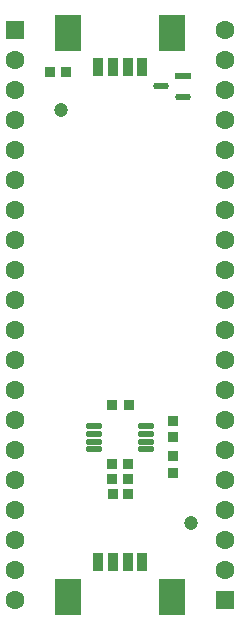
<source format=gbr>
%TF.GenerationSoftware,Altium Limited,Altium Designer,23.10.1 (27)*%
G04 Layer_Color=16711935*
%FSLAX45Y45*%
%MOMM*%
%TF.SameCoordinates,7A70C931-5BDF-4ABD-901A-901AFED5F3BC*%
%TF.FilePolarity,Negative*%
%TF.FileFunction,Soldermask,Bot*%
%TF.Part,Single*%
G01*
G75*
%TA.AperFunction,ComponentPad*%
%ADD10C,1.60000*%
%ADD11R,1.60000X1.60000*%
%TA.AperFunction,SMDPad,CuDef*%
%ADD14R,0.95814X0.91213*%
%ADD15R,0.91213X0.95814*%
G04:AMPARAMS|DCode=16|XSize=0.45mm|YSize=1.35mm|CornerRadius=0.0495mm|HoleSize=0mm|Usage=FLASHONLY|Rotation=90.000|XOffset=0mm|YOffset=0mm|HoleType=Round|Shape=RoundedRectangle|*
%AMROUNDEDRECTD16*
21,1,0.45000,1.25100,0,0,90.0*
21,1,0.35100,1.35000,0,0,90.0*
1,1,0.09900,0.62550,0.17550*
1,1,0.09900,0.62550,-0.17550*
1,1,0.09900,-0.62550,-0.17550*
1,1,0.09900,-0.62550,0.17550*
%
%ADD16ROUNDEDRECTD16*%
%ADD17R,0.80650X0.86822*%
%TA.AperFunction,ConnectorPad*%
%ADD18R,0.81280X1.60020*%
%ADD19R,2.20980X3.09880*%
%TA.AperFunction,SMDPad,CuDef*%
G04:AMPARAMS|DCode=20|XSize=1.35872mm|YSize=0.58684mm|CornerRadius=0.29342mm|HoleSize=0mm|Usage=FLASHONLY|Rotation=180.000|XOffset=0mm|YOffset=0mm|HoleType=Round|Shape=RoundedRectangle|*
%AMROUNDEDRECTD20*
21,1,1.35872,0.00000,0,0,180.0*
21,1,0.77188,0.58684,0,0,180.0*
1,1,0.58684,-0.38594,0.00000*
1,1,0.58684,0.38594,0.00000*
1,1,0.58684,0.38594,0.00000*
1,1,0.58684,-0.38594,0.00000*
%
%ADD20ROUNDEDRECTD20*%
%ADD21R,1.35872X0.58684*%
%ADD22R,0.81280X1.60020*%
%ADD23R,2.20980X3.09880*%
%ADD24R,0.95872X0.91213*%
%TA.AperFunction,FiducialPad,Global*%
%ADD34C,1.20000*%
D10*
X889000Y4976500D02*
D03*
Y4722500D02*
D03*
Y4468500D02*
D03*
Y4214500D02*
D03*
Y3960500D02*
D03*
Y3706500D02*
D03*
Y3452500D02*
D03*
Y3198500D02*
D03*
Y2944500D02*
D03*
Y2690500D02*
D03*
Y2436500D02*
D03*
Y2182500D02*
D03*
Y1928500D02*
D03*
Y1674500D02*
D03*
Y1420500D02*
D03*
Y1166500D02*
D03*
Y912500D02*
D03*
Y658500D02*
D03*
Y404500D02*
D03*
X-889000Y150500D02*
D03*
Y404500D02*
D03*
Y658500D02*
D03*
Y912500D02*
D03*
Y1166500D02*
D03*
Y1420500D02*
D03*
Y1674500D02*
D03*
Y1928500D02*
D03*
Y2182500D02*
D03*
Y2436500D02*
D03*
Y2690500D02*
D03*
Y2944500D02*
D03*
Y3198500D02*
D03*
Y3452500D02*
D03*
Y3706500D02*
D03*
Y3960500D02*
D03*
Y4214500D02*
D03*
Y4468500D02*
D03*
Y4722500D02*
D03*
D11*
X889000Y150500D02*
D03*
X-889000Y4976500D02*
D03*
D14*
X70200Y1300000D02*
D03*
X-70200D02*
D03*
X70200Y1175000D02*
D03*
X-70200D02*
D03*
X-454800Y4625000D02*
D03*
X-595199D02*
D03*
D15*
X450000Y1670200D02*
D03*
Y1529801D02*
D03*
Y1370199D02*
D03*
Y1229800D02*
D03*
D16*
X222500Y1622500D02*
D03*
Y1557500D02*
D03*
Y1492500D02*
D03*
Y1427500D02*
D03*
X-222500D02*
D03*
Y1492500D02*
D03*
Y1557500D02*
D03*
Y1622500D02*
D03*
D17*
X62586Y1050000D02*
D03*
X-62586D02*
D03*
D18*
X187500Y469400D02*
D03*
X62500D02*
D03*
X-62500D02*
D03*
X-187500D02*
D03*
D19*
X442500Y179400D02*
D03*
X-442500D02*
D03*
D20*
X347329Y4500000D02*
D03*
X532671Y4408500D02*
D03*
D21*
Y4591500D02*
D03*
D22*
X-187500Y4660600D02*
D03*
X-62500D02*
D03*
X62500D02*
D03*
X187500D02*
D03*
D23*
X-442500Y4950600D02*
D03*
X442500D02*
D03*
D24*
X72671Y1800000D02*
D03*
X-72671D02*
D03*
D34*
X600000Y800000D02*
D03*
X-500000Y4300000D02*
D03*
%TF.MD5,c4f3bcf006ec732de35e5e0a03e23e2b*%
M02*

</source>
